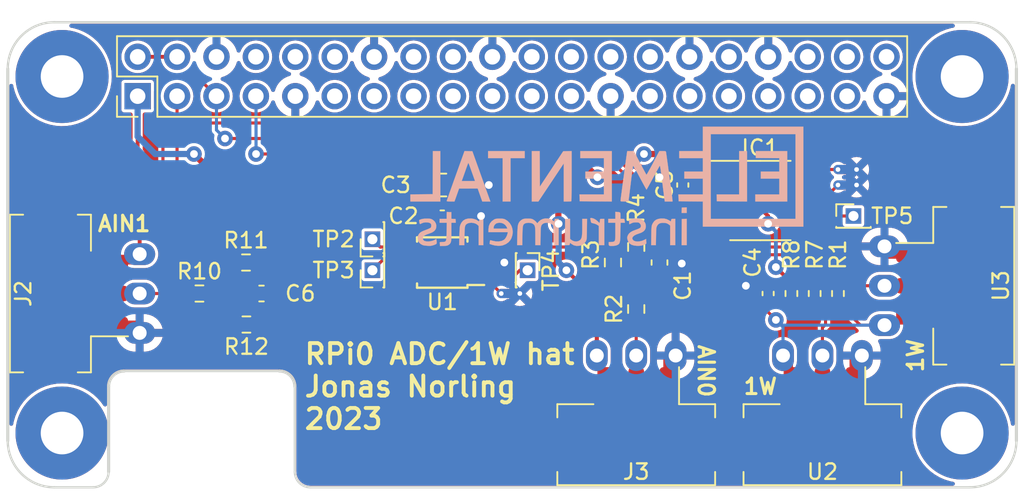
<source format=kicad_pcb>
(kicad_pcb (version 20221018) (generator pcbnew)
  (title_block (title "RPi0 Room Node"))
  (layers (0 "F.Cu" signal) (31 "B.Cu" signal) (34 "B.Paste" user) (35 "F.Paste" user) (36 "B.SilkS" user "B.Silkscreen") (37 "F.SilkS" user "F.Silkscreen") (38 "B.Mask" user) (39 "F.Mask" user) (44 "Edge.Cuts" user))
  (net 0 "")
  (net 1 "+5V")
  (net 2 "GND")
  (net 3 "/ONEWIRE")
  (net 4 "/AIN0")
  (net 5 "+3.3V")
  (net 6 "/SDA")
  (net 7 "/SCL")
  (net 28 "/AI0")
  (net 29 "Net-(TP2-Pad1)")
  (net 30 "Net-(TP3-Pad1)")
  (net 31 "Net-(TP4-Pad1)")
  (net 38 "Net-(J1-Pad7)")
  (net 39 "/1W_VDD")
  (net 40 "Net-(IC1-Pad7)")
  (net 41 "Net-(R6-Pad2)")
  (net 42 "Net-(IC1-Pad8)")
  (net 43 "Net-(IC1-Pad6)")
  (net 44 "/AIN1")
  (net 45 "/AI1")
  (footprint "NetTie:NetTie-2_THT_Pad0.3mm" (layer "F.Cu") (at 151.2 107 180)
    (fp_text reference "R5" hide)
    (fp_text value "R")
    (fp_poly (pts (xy 0 -0.3) (xy 1.2 -0.3) (xy 1.2 0.3) (xy 0 0.3)) (fill solid) (layer "F.Cu"))
    (fp_poly (pts (xy 0 -0.3) (xy 1.2 -0.3) (xy 1.2 0.3) (xy 0 0.3)) (fill solid) (layer "B.Cu"))
    (pad "1" thru_hole circle (at 0 0 180) (size 0.6 0.6) (drill 0.3) (layers "*.Cu") (net 2 "GND"))
    (pad "2" thru_hole circle (at 1.2 0 180) (size 0.6 0.6) (drill 0.3) (layers "*.Cu") (net 40 "Net-(IC1-Pad7)"))
  )
  (footprint "Connector_PinHeader_1.27mm:PinHeader_1x01_P1.27mm_Vertical" (layer "F.Cu") (at 120 110.5 90)
    (fp_text reference "TP2" (at 0 -2.5 180) (layer "F.SilkS"))
    (fp_text value "TestPoint")
    (pad "1" thru_hole rect (at 0 0 90) (size 1 1) (drill 0.65) (layers "*.Cu" "*.Mask") (net 29 "Net-(TP2-Pad1)"))
  )
  (footprint "Connector_PinHeader_1.27mm:PinHeader_1x01_P1.27mm_Vertical" (layer "F.Cu") (at 130 112.5 -90)
    (fp_text reference "TP4" (at 0 -1.5 -90) (layer "F.SilkS"))
    (fp_text value "TestPoint")
    (pad "1" thru_hole rect (at 0 0 270) (size 1 1) (drill 0.65) (layers "*.Cu" "*.Mask") (net 31 "Net-(TP4-Pad1)"))
  )
  (footprint "Connector_PinHeader_1.27mm:PinHeader_1x01_P1.27mm_Vertical" (layer "F.Cu") (at 120 112.5 90)
    (fp_text reference "TP3" (at 0 -2.5 180) (layer "F.SilkS"))
    (fp_text value "TestPoint")
    (pad "1" thru_hole rect (at 0 0 90) (size 1 1) (drill 0.65) (layers "*.Cu" "*.Mask") (net 30 "Net-(TP3-Pad1)"))
  )
  (footprint "holes:hole_2.75" (layer "F.Cu") (at 100 100)
    (fp_text reference "H1" hide)
    (fp_text value "MountingHole" hide)
    (pad "" np_thru_hole circle locked (at 0 0) (size 6 6) (drill 2.75) (layers "*.Cu" "*.Mask"))
  )
  (footprint "holes:hole_2.75" (layer "F.Cu") (at 158 100)
    (fp_text reference "H2" hide)
    (fp_text value "MountingHole" hide)
    (pad "" np_thru_hole circle locked (at 0 0) (size 6 6) (drill 2.75) (layers "*.Cu" "*.Mask"))
  )
  (footprint "holes:hole_2.75" (layer "F.Cu") (at 158 123)
    (fp_text reference "H4" hide)
    (fp_text value "MountingHole" hide)
    (pad "" np_thru_hole circle locked (at 0 0) (size 6 6) (drill 2.75) (layers "*.Cu" "*.Mask"))
  )
  (footprint "holes:hole_2.75" (layer "F.Cu") (at 100 123)
    (fp_text reference "H3" hide)
    (fp_text value "MountingHole" hide)
    (pad "" np_thru_hole circle locked (at 0 0) (size 6 6) (drill 2.75) (layers "*.Cu" "*.Mask"))
  )
  (footprint "Connector_PinHeader_2.54mm:PinHeader_2x20_P2.54mm_Vertical" (layer "F.Cu") (at 104.87 101.27 90)
    (fp_text reference "J1" hide)
    (fp_text value "Raspberry Pi")
    (pad "1" thru_hole rect locked (at 0 0 90) (size 1.7 1.7) (drill 1) (layers "*.Cu" "*.Mask") (net 5 "+3.3V"))
    (pad "2" thru_hole oval locked (at 2.54 0 90) (size 1.7 1.7) (drill 1) (layers "*.Cu" "*.Mask") (net 1 "+5V"))
    (pad "3" thru_hole oval locked (at 0 2.54 90) (size 1.7 1.7) (drill 1) (layers "*.Cu" "*.Mask") (net 6 "/SDA"))
    (pad "4" thru_hole oval locked (at 2.54 2.54 90) (size 1.7 1.7) (drill 1) (layers "*.Cu" "*.Mask") (net 1 "+5V"))
    (pad "5" thru_hole oval locked (at 0 5.08 90) (size 1.7 1.7) (drill 1) (layers "*.Cu" "*.Mask") (net 7 "/SCL"))
    (pad "6" thru_hole oval locked (at 2.54 5.08 90) (size 1.7 1.7) (drill 1) (layers "*.Cu" "*.Mask") (net 2 "GND"))
    (pad "7" thru_hole oval locked (at 0 7.62 90) (size 1.7 1.7) (drill 1) (layers "*.Cu" "*.Mask") (net 38 "Net-(J1-Pad7)"))
    (pad "8" thru_hole oval locked (at 2.54 7.62 90) (size 1.7 1.7) (drill 1) (layers "*.Cu" "*.Mask"))
    (pad "9" thru_hole oval locked (at 0 10.16 90) (size 1.7 1.7) (drill 1) (layers "*.Cu" "*.Mask") (net 2 "GND"))
    (pad "10" thru_hole oval locked (at 2.54 10.16 90) (size 1.7 1.7) (drill 1) (layers "*.Cu" "*.Mask"))
    (pad "11" thru_hole oval locked (at 0 12.7 90) (size 1.7 1.7) (drill 1) (layers "*.Cu" "*.Mask"))
    (pad "12" thru_hole oval locked (at 2.54 12.7 90) (size 1.7 1.7) (drill 1) (layers "*.Cu" "*.Mask"))
    (pad "13" thru_hole oval locked (at 0 15.24 90) (size 1.7 1.7) (drill 1) (layers "*.Cu" "*.Mask"))
    (pad "14" thru_hole oval locked (at 2.54 15.24 90) (size 1.7 1.7) (drill 1) (layers "*.Cu" "*.Mask") (net 2 "GND"))
    (pad "15" thru_hole oval locked (at 0 17.78 90) (size 1.7 1.7) (drill 1) (layers "*.Cu" "*.Mask"))
    (pad "16" thru_hole oval locked (at 2.54 17.78 90) (size 1.7 1.7) (drill 1) (layers "*.Cu" "*.Mask"))
    (pad "17" thru_hole oval locked (at 0 20.32 90) (size 1.7 1.7) (drill 1) (layers "*.Cu" "*.Mask"))
    (pad "18" thru_hole oval locked (at 2.54 20.32 90) (size 1.7 1.7) (drill 1) (layers "*.Cu" "*.Mask"))
    (pad "19" thru_hole oval locked (at 0 22.86 90) (size 1.7 1.7) (drill 1) (layers "*.Cu" "*.Mask"))
    (pad "20" thru_hole oval locked (at 2.54 22.86 90) (size 1.7 1.7) (drill 1) (layers "*.Cu" "*.Mask") (net 2 "GND"))
    (pad "21" thru_hole oval locked (at 0 25.4 90) (size 1.7 1.7) (drill 1) (layers "*.Cu" "*.Mask"))
    (pad "22" thru_hole oval locked (at 2.54 25.4 90) (size 1.7 1.7) (drill 1) (layers "*.Cu" "*.Mask"))
    (pad "23" thru_hole oval locked (at 0 27.94 90) (size 1.7 1.7) (drill 1) (layers "*.Cu" "*.Mask"))
    (pad "24" thru_hole oval locked (at 2.54 27.94 90) (size 1.7 1.7) (drill 1) (layers "*.Cu" "*.Mask"))
    (pad "25" thru_hole oval locked (at 0 30.48 90) (size 1.7 1.7) (drill 1) (layers "*.Cu" "*.Mask") (net 2 "GND"))
    (pad "26" thru_hole oval locked (at 2.54 30.48 90) (size 1.7 1.7) (drill 1) (layers "*.Cu" "*.Mask"))
    (pad "27" thru_hole oval locked (at 0 33.02 90) (size 1.7 1.7) (drill 1) (layers "*.Cu" "*.Mask"))
    (pad "28" thru_hole oval locked (at 2.54 33.02 90) (size 1.7 1.7) (drill 1) (layers "*.Cu" "*.Mask"))
    (pad "29" thru_hole oval locked (at 0 35.56 90) (size 1.7 1.7) (drill 1) (layers "*.Cu" "*.Mask"))
    (pad "30" thru_hole oval locked (at 2.54 35.56 90) (size 1.7 1.7) (drill 1) (layers "*.Cu" "*.Mask") (net 2 "GND"))
    (pad "31" thru_hole oval locked (at 0 38.1 90) (size 1.7 1.7) (drill 1) (layers "*.Cu" "*.Mask"))
    (pad "32" thru_hole oval locked (at 2.54 38.1 90) (size 1.7 1.7) (drill 1) (layers "*.Cu" "*.Mask"))
    (pad "33" thru_hole oval locked (at 0 40.64 90) (size 1.7 1.7) (drill 1) (layers "*.Cu" "*.Mask"))
    (pad "34" thru_hole oval locked (at 2.54 40.64 90) (size 1.7 1.7) (drill 1) (layers "*.Cu" "*.Mask") (net 2 "GND"))
    (pad "35" thru_hole oval locked (at 0 43.18 90) (size 1.7 1.7) (drill 1) (layers "*.Cu" "*.Mask"))
    (pad "36" thru_hole oval locked (at 2.54 43.18 90) (size 1.7 1.7) (drill 1) (layers "*.Cu" "*.Mask"))
    (pad "37" thru_hole oval locked (at 0 45.72 90) (size 1.7 1.7) (drill 1) (layers "*.Cu" "*.Mask"))
    (pad "38" thru_hole oval locked (at 2.54 45.72 90) (size 1.7 1.7) (drill 1) (layers "*.Cu" "*.Mask"))
    (pad "39" thru_hole oval locked (at 0 48.26 90) (size 1.7 1.7) (drill 1) (layers "*.Cu" "*.Mask") (net 2 "GND"))
    (pad "40" thru_hole oval locked (at 2.54 48.26 90) (size 1.7 1.7) (drill 1) (layers "*.Cu" "*.Mask"))
  )
  (footprint "Package_SO:TSSOP-10_3x3mm_P0.5mm" (layer "F.Cu") (at 124.5 112 180)
    (fp_text reference "U1" (at 0 -2.55) (layer "F.SilkS"))
    (fp_text value "ADS1015IDGS")
    (pad "1" smd rect (at -2.15 -1 180) (size 1.1 0.25) (layers "F.Cu" "F.Paste" "F.Mask") (net 41 "Net-(R6-Pad2)"))
    (pad "2" smd rect (at -2.15 -0.5 180) (size 1.1 0.25) (layers "F.Cu" "F.Paste" "F.Mask") (net 31 "Net-(TP4-Pad1)"))
    (pad "3" smd rect (at -2.15 0 180) (size 1.1 0.25) (layers "F.Cu" "F.Paste" "F.Mask") (net 2 "GND"))
    (pad "4" smd rect (at -2.15 0.5 180) (size 1.1 0.25) (layers "F.Cu" "F.Paste" "F.Mask") (net 4 "/AIN0"))
    (pad "5" smd rect (at -2.15 1 180) (size 1.1 0.25) (layers "F.Cu" "F.Paste" "F.Mask") (net 44 "/AIN1"))
    (pad "6" smd rect (at 2.15 1 180) (size 1.1 0.25) (layers "F.Cu" "F.Paste" "F.Mask") (net 29 "Net-(TP2-Pad1)"))
    (pad "7" smd rect (at 2.15 0.5 180) (size 1.1 0.25) (layers "F.Cu" "F.Paste" "F.Mask") (net 30 "Net-(TP3-Pad1)"))
    (pad "8" smd rect (at 2.15 0 180) (size 1.1 0.25) (layers "F.Cu" "F.Paste" "F.Mask") (net 5 "+3.3V"))
    (pad "9" smd rect (at 2.15 -0.5 180) (size 1.1 0.25) (layers "F.Cu" "F.Paste" "F.Mask") (net 6 "/SDA"))
    (pad "10" smd rect (at 2.15 -1 180) (size 1.1 0.25) (layers "F.Cu" "F.Paste" "F.Mask") (net 7 "/SCL"))
  )
  (footprint "Capacitor_SMD:C_0603_1608Metric_Pad1.08x0.95mm_HandSolder" (layer "F.Cu") (at 138.5 112 90)
    (fp_text reference "C1" (at -1.5 1.5 90) (layer "F.SilkS"))
    (fp_text value "100n")
    (pad "1" smd roundrect (at -0.8625 0 90) (size 1.075 0.95) (layers "F.Cu" "F.Paste" "F.Mask") (net 4 "/AIN0"))
    (pad "2" smd roundrect (at 0.8625 0 90) (size 1.075 0.95) (layers "F.Cu" "F.Paste" "F.Mask") (net 2 "GND"))
  )
  (footprint "Capacitor_SMD:C_0402_1005Metric_Pad0.74x0.62mm_HandSolder" (layer "F.Cu") (at 124.5 109)
    (fp_text reference "C2" (at -2.5 0) (layer "F.SilkS"))
    (fp_text value "100n")
    (pad "1" smd roundrect (at -0.5675 0) (size 0.735 0.62) (layers "F.Cu" "F.Paste" "F.Mask") (net 5 "+3.3V"))
    (pad "2" smd roundrect (at 0.5675 0) (size 0.735 0.62) (layers "F.Cu" "F.Paste" "F.Mask") (net 2 "GND"))
  )
  (footprint "Resistor_SMD:R_0603_1608Metric_Pad0.98x0.95mm_HandSolder" (layer "F.Cu") (at 135.5 112 90)
    (fp_text reference "R3" (at 0.5 -1.43 90) (layer "F.SilkS"))
    (fp_text value "R")
    (pad "1" smd roundrect (at -0.9125 0 90) (size 0.975 0.95) (layers "F.Cu" "F.Paste" "F.Mask") (net 4 "/AIN0"))
    (pad "2" smd roundrect (at 0.9125 0 90) (size 0.975 0.95) (layers "F.Cu" "F.Paste" "F.Mask") (net 5 "+3.3V"))
  )
  (footprint "Resistor_SMD:R_0603_1608Metric_Pad0.98x0.95mm_HandSolder" (layer "F.Cu") (at 137 111 -90)
    (fp_text reference "R4" (at -2.5 0 -90) (layer "F.SilkS"))
    (fp_text value "R")
    (pad "1" smd roundrect (at -0.9125 0 270) (size 0.975 0.95) (layers "F.Cu" "F.Paste" "F.Mask") (net 2 "GND"))
    (pad "2" smd roundrect (at 0.9125 0 270) (size 0.975 0.95) (layers "F.Cu" "F.Paste" "F.Mask") (net 4 "/AIN0"))
  )
  (footprint "Resistor_SMD:R_0603_1608Metric_Pad0.98x0.95mm_HandSolder" (layer "F.Cu") (at 137 115 90)
    (fp_text reference "R2" (at 0 -1.43 90) (layer "F.SilkS"))
    (fp_text value "R")
    (pad "1" smd roundrect (at -0.9125 0 90) (size 0.975 0.95) (layers "F.Cu" "F.Paste" "F.Mask") (net 28 "/AI0"))
    (pad "2" smd roundrect (at 0.9125 0 90) (size 0.975 0.95) (layers "F.Cu" "F.Paste" "F.Mask") (net 4 "/AIN0"))
  )
  (footprint "Capacitor_SMD:C_0805_2012Metric_Pad1.18x1.45mm_HandSolder" (layer "F.Cu") (at 124.5 107)
    (fp_text reference "C3" (at -3 0) (layer "F.SilkS"))
    (fp_text value "DNP")
    (pad "1" smd roundrect (at -1.0375 0) (size 1.175 1.45) (layers "F.Cu" "F.Paste" "F.Mask") (roundrect_rratio 0.212766) (net 5 "+3.3V"))
    (pad "2" smd roundrect (at 1.0375 0) (size 1.175 1.45) (layers "F.Cu" "F.Paste" "F.Mask") (roundrect_rratio 0.212766) (net 2 "GND"))
  )
  (footprint "weird connectors:JST_PH_B3B-PH-SM4-TB_1x03-1MP_P2.00mm_Vertical + 2.54 mm header" (layer "F.Cu") (at 137 122 180)
    (fp_text reference "J3" (at 0 -3.5) (layer "F.SilkS"))
    (fp_text value "Conn_01x03")
    (pad "1" thru_hole oval (at -2.54 4 180) (size 1.4 2) (drill 0.9) (layers "*.Cu" "*.Mask") (net 2 "GND"))
    (pad "1" smd roundrect (at -2 0.5 180) (size 1 5.5) (layers "F.Cu" "F.Paste" "F.Mask") (net 2 "GND"))
    (pad "2" smd roundrect (at 0 0.5 180) (size 1 5.5) (layers "F.Cu" "F.Paste" "F.Mask") (net 28 "/AI0"))
    (pad "2" thru_hole oval (at 0 4 180) (size 1.4 2) (drill 0.9) (layers "*.Cu" "*.Mask") (net 28 "/AI0"))
    (pad "3" smd roundrect (at 2 0.5 180) (size 1 5.5) (layers "F.Cu" "F.Paste" "F.Mask") (net 5 "+3.3V"))
    (pad "3" thru_hole oval (at 2.54 4 180) (size 1.4 2) (drill 0.9) (layers "*.Cu" "*.Mask") (net 5 "+3.3V"))
    (pad "MP" smd roundrect (at -4.4 -1.75 180) (size 1.6 3) (layers "F.Cu" "F.Paste" "F.Mask") (roundrect_rratio 0.15625))
    (pad "MP" smd roundrect (at 4.4 -1.75 180) (size 1.6 3) (layers "F.Cu" "F.Paste" "F.Mask") (roundrect_rratio 0.15625))
  )
  (footprint "NetTie:NetTie-2_THT_Pad0.3mm" (layer "F.Cu") (at 129.5 114 180)
    (fp_text reference "R6" hide)
    (fp_text value "R")
    (fp_poly (pts (xy 0 -0.3) (xy 1.2 -0.3) (xy 1.2 0.3) (xy 0 0.3)) (fill solid) (layer "F.Cu"))
    (fp_poly (pts (xy 0 -0.3) (xy 1.2 -0.3) (xy 1.2 0.3) (xy 0 0.3)) (fill solid) (layer "B.Cu"))
    (pad "1" thru_hole circle (at 0 0 180) (size 0.6 0.6) (drill 0.3) (layers "*.Cu") (net 2 "GND"))
    (pad "2" thru_hole circle (at 1.2 0 180) (size 0.6 0.6) (drill 0.3) (layers "*.Cu") (net 41 "Net-(R6-Pad2)"))
  )
  (footprint "Resistor_SMD:R_0402_1005Metric_Pad0.72x0.64mm_HandSolder" (layer "F.Cu") (at 150 114 90)
    (fp_text reference "R1" (at 2.5 0 90) (layer "F.SilkS"))
    (fp_text value "4k7")
    (pad "1" smd roundrect (at -0.5975 0 90) (size 0.715 0.64) (layers "F.Cu" "F.Paste" "F.Mask") (net 39 "/1W_VDD"))
    (pad "2" smd roundrect (at 0.5975 0 90) (size 0.715 0.64) (layers "F.Cu" "F.Paste" "F.Mask") (net 3 "/ONEWIRE"))
  )
  (footprint "Resistor_SMD:R_0402_1005Metric_Pad0.72x0.64mm_HandSolder" (layer "F.Cu") (at 148.5 114 90)
    (fp_text reference "R7" (at 2.5 0 90) (layer "F.SilkS"))
    (fp_text value "10")
    (pad "1" smd roundrect (at -0.5975 0 90) (size 0.715 0.64) (layers "F.Cu" "F.Paste" "F.Mask") (net 38 "Net-(J1-Pad7)"))
    (pad "2" smd roundrect (at 0.5975 0 90) (size 0.715 0.64) (layers "F.Cu" "F.Paste" "F.Mask") (net 3 "/ONEWIRE"))
  )
  (footprint "Connector_PinHeader_1.27mm:PinHeader_1x01_P1.27mm_Vertical" (layer "F.Cu") (at 151 109)
    (fp_text reference "TP5" (at 2.5 0) (layer "F.SilkS"))
    (fp_text value "TestPoint")
    (pad "1" thru_hole rect (at 0 0) (size 1 1) (drill 0.65) (layers "*.Cu" "*.Mask") (net 43 "Net-(IC1-Pad6)"))
  )
  (footprint "Capacitor_SMD:C_0402_1005Metric_Pad0.74x0.62mm_HandSolder" (layer "F.Cu") (at 140 107 90)
    (fp_text reference "C5" (at 0 -1.16 90) (layer "F.SilkS"))
    (fp_text value "100n")
    (pad "1" smd roundrect (at -0.5675 0 90) (size 0.735 0.62) (layers "F.Cu" "F.Paste" "F.Mask") (net 2 "GND"))
    (pad "2" smd roundrect (at 0.5675 0 90) (size 0.735 0.62) (layers "F.Cu" "F.Paste" "F.Mask") (net 5 "+3.3V"))
  )
  (footprint "NetTie:NetTie-2_THT_Pad0.3mm" (layer "F.Cu") (at 151.2 106 180)
    (fp_text reference "R9" hide)
    (fp_text value "R")
    (fp_poly (pts (xy 0 -0.3) (xy 1.2 -0.3) (xy 1.2 0.3) (xy 0 0.3)) (fill solid) (layer "F.Cu"))
    (fp_poly (pts (xy 0 -0.3) (xy 1.2 -0.3) (xy 1.2 0.3) (xy 0 0.3)) (fill solid) (layer "B.Cu"))
    (pad "1" thru_hole circle (at 0 0 180) (size 0.6 0.6) (drill 0.3) (layers "*.Cu") (net 2 "GND"))
    (pad "2" thru_hole circle (at 1.2 0 180) (size 0.6 0.6) (drill 0.3) (layers "*.Cu") (net 42 "Net-(IC1-Pad8)"))
  )
  (footprint "Capacitor_SMD:C_0402_1005Metric_Pad0.74x0.62mm_HandSolder" (layer "F.Cu") (at 145.5 114 -90)
    (fp_text reference "C4" (at -2 1 90) (layer "F.SilkS"))
    (fp_text value "100n")
    (pad "1" smd roundrect (at -0.5675 0 270) (size 0.735 0.62) (layers "F.Cu" "F.Paste" "F.Mask") (net 2 "GND"))
    (pad "2" smd roundrect (at 0.5675 0 270) (size 0.735 0.62) (layers "F.Cu" "F.Paste" "F.Mask") (net 39 "/1W_VDD"))
  )
  (footprint "weird connectors:JST_PH_B3B-PH-SM4-TB_1x03-1MP_P2.00mm_Vertical + 2.54 mm header" (layer "F.Cu") (at 149 122 180)
    (fp_text reference "U2" (at 0 -3.5) (layer "F.SilkS"))
    (fp_text value "DS18B20")
    (pad "1" thru_hole oval (at -2.54 4 180) (size 1.4 2) (drill 0.9) (layers "*.Cu" "*.Mask") (net 2 "GND"))
    (pad "1" smd roundrect (at -2 0.5 180) (size 1 5.5) (layers "F.Cu" "F.Paste" "F.Mask") (net 2 "GND"))
    (pad "2" smd roundrect (at 0 0.5 180) (size 1 5.5) (layers "F.Cu" "F.Paste" "F.Mask") (net 3 "/ONEWIRE"))
    (pad "2" thru_hole oval (at 0 4 180) (size 1.4 2) (drill 0.9) (layers "*.Cu" "*.Mask") (net 3 "/ONEWIRE"))
    (pad "3" smd roundrect (at 2 0.5 180) (size 1 5.5) (layers "F.Cu" "F.Paste" "F.Mask") (net 39 "/1W_VDD"))
    (pad "3" thru_hole oval (at 2.54 4 180) (size 1.4 2) (drill 0.9) (layers "*.Cu" "*.Mask") (net 39 "/1W_VDD"))
    (pad "MP" smd roundrect (at -4.4 -1.75 180) (size 1.6 3) (layers "F.Cu" "F.Paste" "F.Mask") (roundrect_rratio 0.15625))
    (pad "MP" smd roundrect (at 4.4 -1.75 180) (size 1.6 3) (layers "F.Cu" "F.Paste" "F.Mask") (roundrect_rratio 0.15625))
  )
  (footprint "Resistor_SMD:R_0603_1608Metric_Pad0.98x0.95mm_HandSolder" (layer "F.Cu") (at 111.852224 112)
    (fp_text reference "R11" (at 0 -1.43) (layer "F.SilkS"))
    (fp_text value "R")
    (pad "1" smd roundrect (at -0.9125 0) (size 0.975 0.95) (layers "F.Cu" "F.Paste" "F.Mask") (net 44 "/AIN1"))
    (pad "2" smd roundrect (at 0.9125 0) (size 0.975 0.95) (layers "F.Cu" "F.Paste" "F.Mask") (net 5 "+3.3V"))
  )
  (footprint "Capacitor_SMD:C_0603_1608Metric_Pad1.08x0.95mm_HandSolder" (layer "F.Cu") (at 112.852224 114)
    (fp_text reference "C6" (at 2.5 0) (layer "F.SilkS"))
    (fp_text value "100n")
    (pad "1" smd roundrect (at -0.8625 0) (size 1.075 0.95) (layers "F.Cu" "F.Paste" "F.Mask") (net 44 "/AIN1"))
    (pad "2" smd roundrect (at 0.8625 0) (size 1.075 0.95) (layers "F.Cu" "F.Paste" "F.Mask") (net 2 "GND"))
  )
  (footprint "Package_SO:SO-8_3.9x4.9mm_P1.27mm" (layer "F.Cu") (at 145 108)
    (fp_text reference "IC1" (at 0 -3.4) (layer "F.SilkS"))
    (fp_text value "DS2482-100S")
    (pad "1" smd rect (at -2.575 -1.905) (size 2 0.6) (layers "F.Cu" "F.Paste" "F.Mask") (net 5 "+3.3V"))
    (pad "2" smd roundrect (at -2.575 -0.635) (size 2 0.6) (layers "F.Cu" "F.Paste" "F.Mask") (net 3 "/ONEWIRE"))
    (pad "3" smd roundrect (at -2.575 0.635) (size 2 0.6) (layers "F.Cu" "F.Paste" "F.Mask") (net 2 "GND"))
    (pad "4" smd roundrect (at -2.575 1.905) (size 2 0.6) (layers "F.Cu" "F.Paste" "F.Mask") (net 7 "/SCL"))
    (pad "5" smd roundrect (at 2.575 1.905) (size 2 0.6) (layers "F.Cu" "F.Paste" "F.Mask") (net 6 "/SDA"))
    (pad "6" smd roundrect (at 2.575 0.635) (size 2 0.6) (layers "F.Cu" "F.Paste" "F.Mask") (net 43 "Net-(IC1-Pad6)"))
    (pad "7" smd roundrect (at 2.575 -0.635) (size 2 0.6) (layers "F.Cu" "F.Paste" "F.Mask") (net 40 "Net-(IC1-Pad7)"))
    (pad "8" smd roundrect (at 2.575 -1.905) (size 2 0.6) (layers "F.Cu" "F.Paste" "F.Mask") (net 42 "Net-(IC1-Pad8)"))
  )
  (footprint "weird connectors:JST_PH_B3B-PH-SM4-TB_1x03-1MP_P2.00mm_Vertical + 2.54 mm header" (layer "F.Cu") (at 157 113.5 -90)
    (fp_text reference "U3" (at 0 -3.5 90) (layer "F.SilkS"))
    (fp_text value "DS18B20")
    (pad "1" thru_hole oval (at -2.54 4 270) (size 1.4 2) (drill 0.9) (layers "*.Cu" "*.Mask") (net 2 "GND"))
    (pad "1" smd roundrect (at -2 0.5 270) (size 1 5.5) (layers "F.Cu" "F.Paste" "F.Mask") (net 2 "GND"))
    (pad "2" smd roundrect (at 0 0.5 270) (size 1 5.5) (layers "F.Cu" "F.Paste" "F.Mask") (net 3 "/ONEWIRE"))
    (pad "2" thru_hole oval (at 0 4 270) (size 1.4 2) (drill 0.9) (layers "*.Cu" "*.Mask") (net 3 "/ONEWIRE"))
    (pad "3" smd roundrect (at 2 0.5 270) (size 1 5.5) (layers "F.Cu" "F.Paste" "F.Mask") (net 39 "/1W_VDD"))
    (pad "3" thru_hole oval (at 2.54 4 270) (size 1.4 2) (drill 0.9) (layers "*.Cu" "*.Mask") (net 39 "/1W_VDD"))
    (pad "MP" smd roundrect (at -4.4 -1.75 270) (size 1.6 3) (layers "F.Cu" "F.Paste" "F.Mask") (roundrect_rratio 0.15625))
    (pad "MP" smd roundrect (at 4.4 -1.75 270) (size 1.6 3) (layers "F.Cu" "F.Paste" "F.Mask") (roundrect_rratio 0.15625))
  )
  (footprint "Resistor_SMD:R_0402_1005Metric_Pad0.72x0.64mm_HandSolder" (layer "F.Cu") (at 147 114 -90)
    (fp_text reference "R8" (at -2.5 0 90) (layer "F.SilkS"))
    (fp_text value "10")
    (pad "1" smd roundrect (at -0.5975 0 270) (size 0.715 0.64) (layers "F.Cu" "F.Paste" "F.Mask") (net 5 "+3.3V"))
    (pad "2" smd roundrect (at 0.5975 0 270) (size 0.715 0.64) (layers "F.Cu" "F.Paste" "F.Mask") (net 39 "/1W_VDD"))
  )
  (footprint "Resistor_SMD:R_0603_1608Metric_Pad0.98x0.95mm_HandSolder" (layer "F.Cu") (at 108.852224 114)
    (fp_text reference "R10" (at 0 -1.43) (layer "F.SilkS"))
    (fp_text value "R")
    (pad "1" smd roundrect (at -0.9125 0) (size 0.975 0.95) (layers "F.Cu" "F.Paste" "F.Mask") (net 45 "/AI1"))
    (pad "2" smd roundrect (at 0.9125 0) (size 0.975 0.95) (layers "F.Cu" "F.Paste" "F.Mask") (net 44 "/AIN1"))
  )
  (footprint "weird connectors:JST_PH_B3B-PH-SM4-TB_1x03-1MP_P2.00mm_Vertical + 2.54 mm header" (layer "F.Cu") (at 101 114 90)
    (fp_text reference "J2" (at 0 -3.5 270) (layer "F.SilkS"))
    (fp_text value "Conn_01x03")
    (pad "1" thru_hole oval (at -2.54 4 90) (size 1.4 2) (drill 0.9) (layers "*.Cu" "*.Mask") (net 2 "GND"))
    (pad "1" smd roundrect (at -2 0.5 90) (size 1 5.5) (layers "F.Cu" "F.Paste" "F.Mask") (net 2 "GND"))
    (pad "2" smd roundrect (at 0 0.5 90) (size 1 5.5) (layers "F.Cu" "F.Paste" "F.Mask") (net 45 "/AI1"))
    (pad "2" thru_hole oval (at 0 4 90) (size 1.4 2) (drill 0.9) (layers "*.Cu" "*.Mask") (net 45 "/AI1"))
    (pad "3" smd roundrect (at 2 0.5 90) (size 1 5.5) (layers "F.Cu" "F.Paste" "F.Mask") (net 5 "+3.3V"))
    (pad "3" thru_hole oval (at 2.54 4 90) (size 1.4 2) (drill 0.9) (layers "*.Cu" "*.Mask") (net 5 "+3.3V"))
    (pad "MP" smd roundrect (at -4.4 -1.75 90) (size 1.6 3) (layers "F.Cu" "F.Paste" "F.Mask") (roundrect_rratio 0.15625))
    (pad "MP" smd roundrect (at 4.4 -1.75 90) (size 1.6 3) (layers "F.Cu" "F.Paste" "F.Mask") (roundrect_rratio 0.15625))
  )
  (footprint "Resistor_SMD:R_0603_1608Metric_Pad0.98x0.95mm_HandSolder" (layer "F.Cu") (at 111.879603 116 180)
    (fp_text reference "R12" (at 0 -1.43 180) (layer "F.SilkS"))
    (fp_text value "R")
    (pad "1" smd roundrect (at -0.9125 0 180) (size 0.975 0.95) (layers "F.Cu" "F.Paste" "F.Mask") (net 2 "GND"))
    (pad "2" smd roundrect (at 0.9125 0 180) (size 0.975 0.95) (layers "F.Cu" "F.Paste" "F.Mask") (net 44 "/AIN1"))
  )
  (footprint "elemental:elemental-4mm-mask" (layer "F.Cu") (at 125.5 123.5)
    (fp_text reference "G***" hide)
    (fp_text value "LOGO" hide)
  )
  (footprint "elemental:elemental-25.4mm" (layer "B.Cu") (at 135.25 107.25 180)
    (fp_text reference "G***" hide)
    (fp_text value "LOGO" hide)
  )
  (gr_arc (start 158.5 96.5) (mid 160.62132 97.37868) (end 161.5 99.5) (stroke (width 0.15)) (layer "Edge.Cuts"))
  (gr_arc (start 96.5 99.5) (mid 97.37868 97.37868) (end 99.5 96.5) (stroke (width 0.15)) (layer "Edge.Cuts"))
  (gr_line (start 99.5 96.5) (end 158.5 96.5) (stroke (width 0.15)) (layer "Edge.Cuts"))
  (gr_line (start 116 126.5) (end 158.5 126.5) (stroke (width 0.15)) (layer "Edge.Cuts"))
  (gr_arc (start 99.5 126.5) (mid 97.37868 125.62132) (end 96.5 123.5) (stroke (width 0.15)) (layer "Edge.Cuts"))
  (gr_line (start 161.5 123.5) (end 161.5 99.5) (stroke (width 0.2)) (layer "Edge.Cuts"))
  (gr_arc (start 161.5 123.5) (mid 160.62132 125.62132) (end 158.5 126.5) (stroke (width 0.15)) (layer "Edge.Cuts"))
  (gr_line (start 115 125.5) (end 115 120) (stroke (width 0.15)) (layer "Edge.Cuts"))
  (gr_line (start 104 119) (end 114 119) (stroke (width 0.15)) (layer "Edge.Cuts"))
  (gr_arc (start 103 125.5) (mid 102.707107 126.207107) (end 102 126.5) (stroke (width 0.15)) (layer "Edge.Cuts"))
  (gr_arc (start 116 126.5) (mid 115.292893 126.207107) (end 115 125.5) (stroke (width 0.15)) (layer "Edge.Cuts"))
  (gr_line (start 103 125.5) (end 103 120) (stroke (width 0.2)) (layer "Edge.Cuts"))
  (gr_line (start 99.5 126.5) (end 102 126.5) (stroke (width 0.15)) (layer "Edge.Cuts"))
  (gr_arc (start 103 120) (mid 103.292893 119.292893) (end 104 119) (stroke (width 0.2)) (layer "Edge.Cuts"))
  (gr_arc (start 114 119) (mid 114.707107 119.292893) (end 115 120) (stroke (width 0.2)) (layer "Edge.Cuts"))
  (gr_line (start 96.5 123.5) (end 96.5 99.5) (stroke (width 0.2)) (layer "Edge.Cuts"))
  (gr_text "1W" (at 145 120) (layer "F.SilkS") (effects (font (size 1 1) (thickness 0.2))))
  (gr_text "1W" (at 155 118 90) (layer "F.SilkS") (effects (font (size 1 1) (thickness 0.2))))
  (gr_text "RPi0 ADC/1W hat\nJonas Norling\n2023" (at 115.5 120) (layer "F.SilkS") (effects (font (size 1.3 1.3) (thickness 0.25)) (justify left)))
  (gr_text "AIN0" (at 141.5 119 270) (layer "F.SilkS") (effects (font (size 1 1) (thickness 0.2))))
  (gr_text "AIN1" (at 104 109.5) (layer "F.SilkS") (effects (font (size 1 1) (thickness 0.2))))
  (segment (start 104.87 98.73) (end 107.41 98.73) (width 0.25) (layer "F.Cu") (net 1))
  (segment (start 138.5 111.4325) (end 139.301836 111.4325) (width 0.25) (layer "F.Cu") (net 2))
  (segment (start 145.5 113.4325) (end 144.132832 113.4325) (width 0.25) (layer "F.Cu") (net 2))
  (segment (start 125.0675 109) (end 127 109) (width 0.25) (layer "F.Cu") (net 2))
  (segment (start 151 121.5) (end 151 118) (width 0.25) (layer "F.Cu") (net 2))
  (segment (start 139.0675 107.5675) (end 138.5 107) (width 0.25) (layer "F.Cu") (net 2))
  (segment (start 144.132832 113.4325) (end 144.065332 113.5) (width 0.25) (layer "F.Cu") (net 2))
  (segment (start 139.301836 111.4325) (end 139.934668 112.065332) (width 0.25) (layer "F.Cu") (net 2))
  (segment (start 125.5375 107) (end 127.5 107) (width 0.25) (layer "F.Cu") (net 2))
  (segment (start 139 121.5) (end 139 117.5) (width 0.25) (layer "F.Cu") (net 2))
  (segment (start 138.5 107) (end 138.5 106.5) (width 0.25) (layer "F.Cu") (net 2))
  (segment (start 126.5 112) (end 128.5 112) (width 0.25) (layer "F.Cu") (net 2))
  (segment (start 140 107.5675) (end 139.0675 107.5675) (width 0.25) (layer "F.Cu") (net 2))
  (via (at 127.5 107) (size 1) (drill 0.5) (layers "F.Cu" "B.Cu") (net 2))
  (via (at 144.065332 113.5) (size 1) (drill 0.5) (layers "F.Cu" "B.Cu") (net 2))
  (via (at 128.5 112) (size 1) (drill 0.5) (layers "F.Cu" "B.Cu") (net 2))
  (via (at 139.934668 112.065332) (size 1) (drill 0.5) (layers "F.Cu" "B.Cu") (net 2))
  (via (at 138.5 106.5) (size 1) (drill 0.5) (layers "F.Cu" "B.Cu") (net 2))
  (via (at 127 109) (size 1) (drill 0.5) (layers "F.Cu" "B.Cu") (net 2))
  (segment (start 144 108.573604) (end 144 110.5) (width 0.2) (layer "F.Cu") (net 3))
  (segment (start 149.2 113.405) (end 149.2 116) (width 0.2) (layer "F.Cu") (net 3))
  (segment (start 149.2025 113.4025) (end 149.2 113.405) (width 0.2) (layer "F.Cu") (net 3))
  (segment (start 147.5 111) (end 148.5 112) (width 0.2) (layer "F.Cu") (net 3))
  (segment (start 149.2 116) (end 149 116.2) (width 0.2) (layer "F.Cu") (net 3))
  (segment (start 149 117.5975) (end 149 121.5) (width 0.2) (layer "F.Cu") (net 3))
  (segment (start 149 116.2) (end 149 118) (width 0.2) (layer "F.Cu") (net 3))
  (segment (start 149.2025 113.4025) (end 150 113.4025) (width 0.2) (layer "F.Cu") (net 3))
  (segment (start 144 110.5) (end 144.5 111) (width 0.2) (layer "F.Cu") (net 3))
  (segment (start 144.5 111) (end 147.5 111) (width 0.2) (layer "F.Cu") (net 3))
  (segment (start 142.791396 107.365) (end 144 108.573604) (width 0.2) (layer "F.Cu") (net 3))
  (segment (start 148.5 113.4025) (end 149.2025 113.4025) (width 0.2) (layer "F.Cu") (net 3))
  (segment (start 150.0975 113.5) (end 153 113.5) (width 0.2) (layer "F.Cu") (net 3))
  (segment (start 148.5 112) (end 148.5 113.4025) (width 0.2) (layer "F.Cu") (net 3))
  (segment (start 150 113.4025) (end 150.0975 113.5) (width 0.2) (layer "F.Cu") (net 3))
  (segment (start 128 111) (end 133.9025 111) (width 0.2) (layer "F.Cu") (net 4))
  (segment (start 126.65 111.5) (end 127.5 111.5) (width 0.2) (layer "F.Cu") (net 4))
  (segment (start 127.5 111.5) (end 128 111) (width 0.2) (layer "F.Cu") (net 4))
  (segment (start 135.5 112.9125) (end 138.45 112.9125) (width 0.2) (layer "F.Cu") (net 4))
  (segment (start 137 114.0875) (end 137 111.9125) (width 0.2) (layer "F.Cu") (net 4))
  (segment (start 133.9025 111) (end 135.5 112.5975) (width 0.2) (layer "F.Cu") (net 4))
  (segment (start 105 105) (end 105 108.5) (width 0.25) (layer "F.Cu") (net 5))
  (segment (start 140.3375 106.095) (end 140 106.4325) (width 0.25) (layer "F.Cu") (net 5))
  (segment (start 145.5 109.5) (end 145.5 109) (width 0.25) (layer "F.Cu") (net 5))
  (segment (start 108.5 105) (end 110 106.5) (width 0.4) (layer "F.Cu") (net 5))
  (segment (start 134.46 118) (end 134.46 114.54) (width 0.25) (layer "F.Cu") (net 5))
  (segment (start 134.46 118) (end 134.46 114.46) (width 0.25) (layer "F.Cu") (net 5))
  (segment (start 104.87 104.87) (end 104.87 101.27) (width 0.25) (layer "F.Cu") (net 5))
  (segment (start 135.5 111.0875) (end 135.5 110.5) (width 0.25) (layer "F.Cu") (net 5))
  (segment (start 105 108.5) (end 105 111.46) (width 0.25) (layer "F.Cu") (net 5))
  (segment (start 123.4625 108.53) (end 123.9325 109) (width 0.25) (layer "F.Cu") (net 5))
  (segment (start 131.98125 105.51875) (end 133.51875 105.51875) (width 0.4) (layer "F.Cu") (net 5))
  (segment (start 107 110.5) (end 105 108.5) (width 0.25) (layer "F.Cu") (net 5))
  (segment (start 104.87 104.87) (end 105 105) (width 0.25) (layer "F.Cu") (net 5))
  (segment (start 134.5 109.5) (end 132 109.5) (width 0.25) (layer "F.Cu") (net 5))
  (segment (start 134.46 114.54) (end 134.5 114.5) (width 0.25) (layer "F.Cu") (net 5))
  (segment (start 121.98125 105.51875) (end 131.98125 105.51875) (width 0.4) (layer "F.Cu") (net 5))
  (segment (start 121.98125 105.51875) (end 123.4625 107) (width 0.25) (layer "F.Cu") (net 5))
  (segment (start 131.98125 105.51875) (end 131.98125 109.48125) (width 0.4) (layer "F.Cu") (net 5))
  (segment (start 147 113.4025) (end 147 113.2995) (width 0.25) (layer "F.Cu") (net 5))
  (segment (start 137.5 105) (end 141.33 105) (width 0.4) (layer "F.Cu") (net 5))
  (segment (start 105 112) (end 105.5 111.5) (width 0.25) (layer "F.Cu") (net 5))
  (segment (start 145 108.5) (end 145 107.523198) (width 0.25) (layer "F.Cu") (net 5))
  (segment (start 123.175 112) (end 123.9325 111.2425) (width 0.25) (layer "F.Cu") (net 5))
  (segment (start 110.949724 110.5) (end 107 110.5) (width 0.25) (layer "F.Cu") (net 5))
  (segment (start 143.571802 106.095) (end 145 107.523198) (width 0.25) (layer "F.Cu") (net 5))
  (segment (start 112.449724 112) (end 110.949724 110.5) (width 0.25) (layer "F.Cu") (net 5))
  (segment (start 131.98125 109.48125) (end 132 109.5) (width 0.4) (layer "F.Cu") (net 5))
  (segment (start 141.33 105) (end 142.425 106.095) (width 0.4) (layer "F.Cu") (net 5))
  (segment (start 145.5 109) (end 145 108.5) (width 0.25) (layer "F.Cu") (net 5))
  (segment (start 133.51875 105.51875) (end 134.5 106.5) (width 0.4) (layer "F.Cu") (net 5))
  (segment (start 135.5 110.5) (end 134.5 109.5) (width 0.25) (layer "F.Cu") (net 5))
  (segment (start 123.4625 107) (end 123.4625 108.53) (width 0.25) (layer "F.Cu") (net 5))
  (segment (start 134.46 114.46) (end 132.5 112.5) (width 0.25) (layer "F.Cu") (net 5))
  (segment (start 147 113.2995) (end 146 112.2995) (width 0.25) (layer "F.Cu") (net 5))
  (segment (start 113.5 106.5) (end 114.5 105.5) (width 0.4) (layer "F.Cu") (net 5))
  (segment (start 142.425 106.095) (end 143.571802 106.095) (width 0.25) (layer "F.Cu") (net 5))
  (segment (start 121.9625 105.5) (end 121.98125 105.51875) (width 0.4) (layer "F.Cu") (net 5))
  (segment (start 123.9325 111.2425) (end 123.9325 109) (width 0.25) (layer "F.Cu") (net 5))
  (segment (start 122.35 112) (end 123.175 112) (width 0.25) (layer "F.Cu") (net 5))
  (segment (start 114.5 105.5) (end 121.9625 105.5) (width 0.4) (layer "F.Cu") (net 5))
  (segment (start 110 106.5) (end 113.5 106.5) (width 0.4) (layer "F.Cu") (net 5))
  (segment (start 140.3375 106.095) (end 142.425 106.095) (width 0.25) (layer "F.Cu") (net 5))
  (segment (start 101.5 112) (end 105 112) (width 0.25) (layer "F.Cu") (net 5))
  (via (at 132.5 112.5) (size 1) (drill 0.5) (layers "F.Cu" "B.Cu") (net 5))
  (via (at 134.5 106.5) (size 1) (drill 0.5) (layers "F.Cu" "B.Cu") (net 5))
  (via (at 132 109.5) (size 1) (drill 0.5) (layers "F.Cu" "B.Cu") (net 5))
  (via (at 146 112.2995) (size 1) (drill 0.5) (layers "F.Cu" "B.Cu") (net 5))
  (via (at 145.5 109.5) (size 1) (drill 0.5) (layers "F.Cu" "B.Cu") (net 5))
  (via (at 108.5 105) (size 1) (drill 0.5) (layers "F.Cu" "B.Cu") (net 5))
  (via (at 137.5 105) (size 1) (drill 0.5) (layers "F.Cu" "B.Cu") (net 5))
  (segment (start 132 112) (end 132.5 112.5) (width 0.4) (layer "B.Cu") (net 5))
  (segment (start 104.87 103.87) (end 106 105) (width 0.4) (layer "B.Cu") (net 5))
  (segment (start 106 105) (end 108.5 105) (width 0.4) (layer "B.Cu") (net 5))
  (segment (start 146 112.2995) (end 146 110) (width 0.25) (layer "B.Cu") (net 5))
  (segment (start 134.5 106.5) (end 136 106.5) (width 0.4) (layer "B.Cu") (net 5))
  (segment (start 136 106.5) (end 137.5 105) (width 0.4) (layer "B.Cu") (net 5))
  (segment (start 132 109.5) (end 132 112) (width 0.4) (layer "B.Cu") (net 5))
  (segment (start 104.87 101.27) (end 104.87 103.87) (width 0.4) (layer "B.Cu") (net 5))
  (segment (start 146 110) (end 145.5 109.5) (width 0.25) (layer "B.Cu") (net 5))
  (segment (start 114 107) (end 108.5 107) (width 0.2) (layer "F.Cu") (net 6))
  (segment (start 107.5 103) (end 113 103) (width 0.2) (layer "F.Cu") (net 6))
  (segment (start 135.5 103.5) (end 142.5 103.5) (width 0.2) (layer "F.Cu") (net 6))
  (segment (start 135 104) (end 135.5 103.5) (width 0.2) (layer "F.Cu") (net 6))
  (segment (start 108.5 107) (end 107.41 105.91) (width 0.2) (layer "F.Cu") (net 6))
  (segment (start 120.075 114) (end 118 114) (width 0.2) (layer "F.Cu") (net 6))
  (segment (start 117 110) (end 114 107) (width 0.2) (layer "F.Cu") (net 6))
  (segment (start 113 103) (end 114 104) (width 0.2) (layer "F.Cu") (net 6))
  (segment (start 118 114) (end 117 113) (width 0.2) (layer "F.Cu") (net 6))
  (segment (start 114 104) (end 135 104) (width 0.2) (layer "F.Cu") (net 6))
  (segment (start 117 113) (end 117 110) (width 0.2) (layer "F.Cu") (net 6))
  (segment (start 142.5 103.5) (end 145.901802 106.901802) (width 0.2) (layer "F.Cu") (net 6))
  (segment (start 121.575 112.5) (end 122.35 112.5) (width 0.2) (layer "F.Cu") (net 6))
  (segment (start 145.901802 108.598198) (end 147.208604 109.905) (width 0.2) (layer "F.Cu") (net 6))
  (segment (start 145.901802 106.901802) (end 145.901802 108.598198) (width 0.2) (layer "F.Cu") (net 6))
  (segment (start 107.41 105.91) (end 107.41 101.27) (width 0.2) (layer "F.Cu") (net 6))
  (segment (start 120.075 114) (end 121.575 112.5) (width 0.2) (layer "F.Cu") (net 6))
  (segment (start 117.934314 114.5) (end 116.467157 113.032842) (width 0.2) (layer "F.Cu") (net 7))
  (segment (start 108 107.5) (end 106.5 106) (width 0.2) (layer "F.Cu") (net 7))
  (segment (start 116.467157 113.032842) (end 116.467157 110.467157) (width 0.2) (layer "F.Cu") (net 7))
  (segment (start 113.5 104.5) (end 113 104) (width 0.2) (layer "F.Cu") (net 7))
  (segment (start 135 104.5) (end 113.5 104.5) (width 0.2) (layer "F.Cu") (net 7))
  (segment (start 122.5 113) (end 121 114.5) (width 0.2) (layer "F.Cu") (net 7))
  (segment (start 142.425 109.905) (end 140.405 109.905) (width 0.2) (layer "F.Cu") (net 7))
  (segment (start 140.405 109.905) (end 135 104.5) (width 0.2) (layer "F.Cu") (net 7))
  (segment (start 106.02 100.98) (end 107 100) (width 0.2) (layer "F.Cu") (net 7))
  (segment (start 106.02 102.02) (end 106.02 100.98) (width 0.2) (layer "F.Cu") (net 7))
  (segment (start 113 104) (end 110.5 104) (width 0.2) (layer "F.Cu") (net 7))
  (segment (start 121 114.5) (end 117.934314 114.5) (width 0.2) (layer "F.Cu") (net 7))
  (segment (start 106.5 102.5) (end 106.02 102.02) (width 0.2) (layer "F.Cu") (net 7))
  (segment (start 107 100) (end 108.68 100) (width 0.2) (layer "F.Cu") (net 7))
  (segment (start 108.68 100) (end 109.95 101.27) (width 0.2) (layer "F.Cu") (net 7))
  (segment (start 113.5 107.5) (end 108 107.5) (width 0.2) (layer "F.Cu") (net 7))
  (segment (start 116.467157 110.467157) (end 113.5 107.5) (width 0.2) (layer "F.Cu") (net 7))
  (segment (start 106.5 106) (end 106.5 102.5) (width 0.2) (layer "F.Cu") (net 7))
  (via (at 110.5 104) (size 1) (drill 0.5) (layers "F.Cu" "B.Cu") (net 7))
  (segment (start 109.95 103.45) (end 110.5 104) (width 0.2) (layer "B.Cu") (net 7))
  (segment (start 109.95 101.27) (end 109.95 103.45) (width 0.2) (layer "B.Cu") (net 7))
  (segment (start 137 121.5) (end 137 115.5975) (width 0.2) (layer "F.Cu") (net 28))
  (segment (start 122.35 111) (end 120.5 111) (width 0.2) (layer "F.Cu") (net 29))
  (segment (start 120.5 111) (end 120 110.5) (width 0.2) (layer "F.Cu") (net 29))
  (segment (start 121 111.5) (end 120 112.5) (width 0.2) (layer "F.Cu") (net 30))
  (segment (start 122.35 111.5) (end 121 111.5) (width 0.2) (layer "F.Cu") (net 30))
  (segment (start 129.5 112.5) (end 129 113) (width 0.2) (layer "F.Cu") (net 31))
  (segment (start 130 112.5) (end 129.5 112.5) (width 0.2) (layer "F.Cu") (net 31))
  (segment (start 129 113) (end 128 113) (width 0.2) (layer "F.Cu") (net 31))
  (segment (start 128 113) (end 127.5 112.5) (width 0.2) (layer "F.Cu") (net 31))
  (segment (start 126.65 112.5) (end 127.5 112.5) (width 0.2) (layer "F.Cu") (net 31))
  (segment (start 134.934314 105) (end 141.434314 111.5) (width 0.2) (layer "F.Cu") (net 38))
  (segment (start 147.88 112.38) (end 147.88 113.9775) (width 0.2) (layer "F.Cu") (net 38))
  (segment (start 141.434314 111.5) (end 147 111.5) (width 0.2) (layer "F.Cu") (net 38))
  (segment (start 147 111.5) (end 147.88 112.38) (width 0.2) (layer "F.Cu") (net 38))
  (segment (start 147.88 113.9775) (end 148.5 114.5975) (width 0.2) (layer "F.Cu") (net 38))
  (segment (start 112.5 105) (end 134.934314 105) (width 0.2) (layer "F.Cu") (net 38))
  (via (at 112.5 105) (size 1) (drill 0.5) (layers "F.Cu" "B.Cu") (net 38))
  (segment (start 112.5 101.5) (end 112.5 105) (width 0.2) (layer "B.Cu") (net 38))
  (segment (start 151.4425 116.04) (end 153 116.04) (width 0.2) (layer "F.Cu") (net 39))
  (segment (start 147 118.4025) (end 147 121.5) (width 0.2) (layer "F.Cu") (net 39))
  (segment (start 150 114.5975) (end 151.4425 116.04) (width 0.2) (layer "F.Cu") (net 39))
  (segment (start 145.5 114.5675) (end 146.97 114.5675) (width 0.2) (layer "F.Cu") (net 39))
  (segment (start 146.97 114.5675) (end 147 114.5975) (width 0.2) (layer "F.Cu") (net 39))
  (segment (start 145.5 114.5675) (end 145.5 115.2005) (width 0.2) (layer "F.Cu") (net 39))
  (segment (start 145.5 115.2005) (end 146 115.7005) (width 0.2) (layer "F.Cu") (net 39))
  (via (at 146 115.7005) (size 1) (drill 0.5) (layers "F.Cu" "B.Cu") (net 39))
  (segment (start 146.3395 116.04) (end 153 116.04) (width 0.2) (layer "B.Cu") (net 39))
  (segment (start 146 115.7005) (end 146.46 116.1605) (width 0.2) (layer "B.Cu") (net 39))
  (segment (start 146 115.7005) (end 146.3395 116.04) (width 0.2) (layer "B.Cu") (net 39))
  (segment (start 146.46 116.1605) (end 146.46 118) (width 0.2) (layer "B.Cu") (net 39))
  (segment (start 147.575 107.365) (end 149.635 107.365) (width 0.2) (layer "F.Cu") (net 40))
  (segment (start 149.635 107.365) (end 150 107) (width 0.2) (layer "F.Cu") (net 40))
  (segment (start 127.3 113) (end 128.3 114) (width 0.2) (layer "F.Cu") (net 41))
  (segment (start 126.65 113) (end 127.3 113) (width 0.2) (layer "F.Cu") (net 41))
  (segment (start 150 106) (end 147.67 106) (width 0.2) (layer "F.Cu") (net 42))
  (segment (start 149.635 108.635) (end 150 109) (width 0.2) (layer "F.Cu") (net 43))
  (segment (start 147.575 108.635) (end 149.635 108.635) (width 0.2) (layer "F.Cu") (net 43))
  (segment (start 150 109) (end 151 109) (width 0.2) (layer "F.Cu") (net 43))
  (segment (start 111.282103 116) (end 111.282103 116.929879) (width 0.2) (layer "F.Cu") (net 44))
  (segment (start 111.852224 117.5) (end 122.5 117.5) (width 0.2) (layer "F.Cu") (net 44))
  (segment (start 110.939724 113.9125) (end 110.939724 115.972621) (width 0.2) (layer "F.Cu") (net 44))
  (segment (start 110.939724 112) (end 110.939724 113.9125) (width 0.2) (layer "F.Cu") (net 44))
  (segment (start 125 115) (end 125 112) (width 0.2) (layer "F.Cu") (net 44))
  (segment (start 126 111) (end 125 112) (width 0.2) (layer "F.Cu") (net 44))
  (segment (start 109.764724 114) (end 110.852224 114) (width 0.2) (layer "F.Cu") (net 44))
  (segment (start 110.939724 113.9125) (end 110.852224 114) (width 0.2) (layer "F.Cu") (net 44))
  (segment (start 110.852224 114) (end 111.989724 114) (width 0.2) (layer "F.Cu") (net 44))
  (segment (start 126.65 111) (end 126 111) (width 0.2) (layer "F.Cu") (net 44))
  (segment (start 122.5 117.5) (end 125 115) (width 0.2) (layer "F.Cu") (net 44))
  (segment (start 111.282103 116.929879) (end 111.852224 117.5) (width 0.2) (layer "F.Cu") (net 44))
  (segment (start 102.352224 114) (end 108.254724 114) (width 0.2) (layer "F.Cu") (net 45))
  (zone (net 2) (net_name "GND") (layer "F.Cu") (connect_pads (clearance 0)) (min_thickness 0.254) (fill yes (thermal_gap 0.508) (thermal_bridge_width 0.508))
    (polygon (pts (xy 162 127) (xy 96 127) (xy 96 96) (xy 162 96)))
  )
  (zone (net 2) (net_name "GND") (layer "B.Cu") (connect_pads (clearance 0)) (min_thickness 0.254) (fill yes (thermal_gap 0.508) (thermal_bridge_width 0.508))
    (polygon (pts (xy 162 127) (xy 96 127) (xy 96 96) (xy 162 96)))
  )
)
</source>
